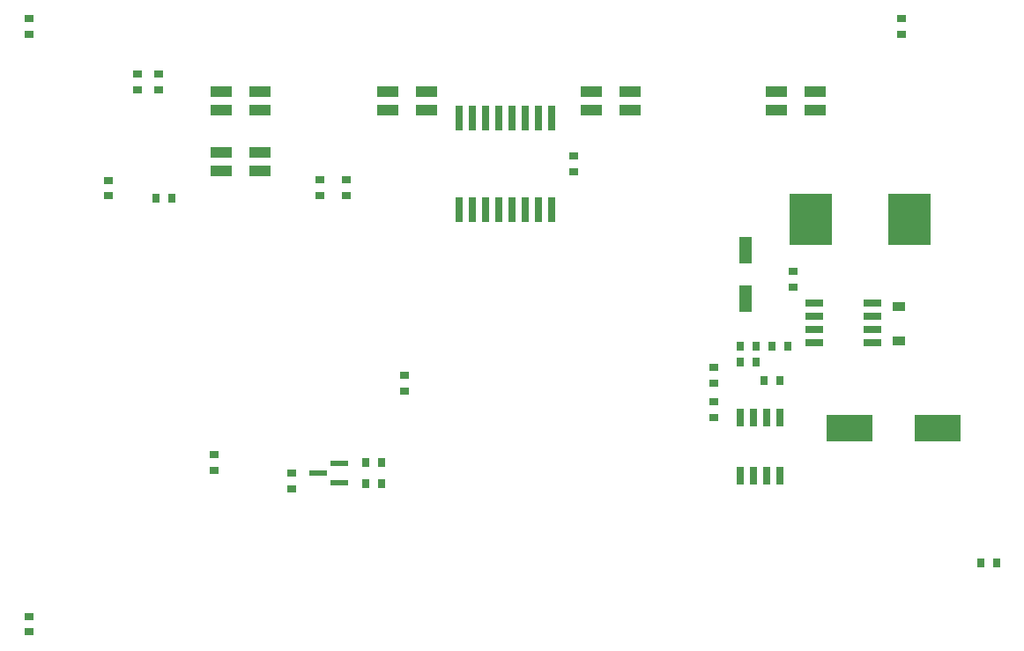
<source format=gtp>
G04*
G04 #@! TF.GenerationSoftware,Altium Limited,Altium Designer,18.0.7 (293)*
G04*
G04 Layer_Color=8421504*
%FSLAX25Y25*%
%MOIN*%
G70*
G01*
G75*
%ADD20R,0.16142X0.19488*%
%ADD21R,0.03543X0.02756*%
%ADD22R,0.02756X0.03543*%
%ADD23R,0.02559X0.06890*%
%ADD24R,0.17323X0.09843*%
%ADD25R,0.07087X0.02362*%
%ADD26R,0.02756X0.09449*%
%ADD27R,0.04724X0.09843*%
%ADD28R,0.06890X0.02559*%
%ADD29R,0.04800X0.03600*%
%ADD30R,0.07874X0.03937*%
D20*
X343000Y170079D02*
D03*
X305598D02*
D03*
D21*
X10000Y19984D02*
D03*
Y14079D02*
D03*
X80000Y81079D02*
D03*
Y75173D02*
D03*
X152000Y105126D02*
D03*
Y111031D02*
D03*
X59000Y225031D02*
D03*
Y219126D02*
D03*
X51000Y225031D02*
D03*
Y219126D02*
D03*
X130000Y185031D02*
D03*
Y179126D02*
D03*
X120000Y185031D02*
D03*
Y179126D02*
D03*
X340000Y246031D02*
D03*
Y240126D02*
D03*
X109400Y68173D02*
D03*
Y74079D02*
D03*
X216000Y188126D02*
D03*
Y194032D02*
D03*
X40000Y179079D02*
D03*
Y184984D02*
D03*
X10000Y240126D02*
D03*
Y246031D02*
D03*
X299000Y150531D02*
D03*
Y144626D02*
D03*
X269000Y95126D02*
D03*
Y101031D02*
D03*
X269000Y114032D02*
D03*
Y108126D02*
D03*
D22*
X58047Y178079D02*
D03*
X63953D02*
D03*
X143306Y70079D02*
D03*
X137400D02*
D03*
X143306Y78079D02*
D03*
X137400D02*
D03*
X370047Y40079D02*
D03*
X375953D02*
D03*
X279047Y122079D02*
D03*
X284953D02*
D03*
X296953Y122079D02*
D03*
X291047D02*
D03*
X288047Y109079D02*
D03*
X293953D02*
D03*
X284953Y116079D02*
D03*
X279047D02*
D03*
D23*
X294000Y95079D02*
D03*
X289000D02*
D03*
X284000D02*
D03*
X279000D02*
D03*
X294000Y73032D02*
D03*
X289000D02*
D03*
X284000D02*
D03*
X279000D02*
D03*
D24*
X320465Y91079D02*
D03*
X353535D02*
D03*
D25*
X119463Y74079D02*
D03*
X127337Y77819D02*
D03*
Y70339D02*
D03*
D26*
X207500Y208402D02*
D03*
X202500D02*
D03*
X197500D02*
D03*
X192500D02*
D03*
X187500D02*
D03*
X182500D02*
D03*
X177500D02*
D03*
X172500D02*
D03*
X207500Y173756D02*
D03*
X202500D02*
D03*
X197500D02*
D03*
X192500D02*
D03*
X187500D02*
D03*
X182500D02*
D03*
X177500D02*
D03*
X172500D02*
D03*
D27*
X281000Y140075D02*
D03*
Y158579D02*
D03*
D28*
X306953Y138579D02*
D03*
Y133579D02*
D03*
Y128579D02*
D03*
Y123579D02*
D03*
X329000Y138579D02*
D03*
Y133579D02*
D03*
Y128579D02*
D03*
Y123579D02*
D03*
D29*
X339000Y124129D02*
D03*
Y137029D02*
D03*
D30*
X307343Y211575D02*
D03*
Y218583D02*
D03*
X292657D02*
D03*
Y211575D02*
D03*
X237343D02*
D03*
Y218583D02*
D03*
X222657D02*
D03*
Y211575D02*
D03*
X160343D02*
D03*
Y218583D02*
D03*
X145658D02*
D03*
Y211575D02*
D03*
X97342D02*
D03*
Y218583D02*
D03*
X82657D02*
D03*
Y211575D02*
D03*
X97342Y188575D02*
D03*
Y195583D02*
D03*
X82657D02*
D03*
Y188575D02*
D03*
M02*

</source>
